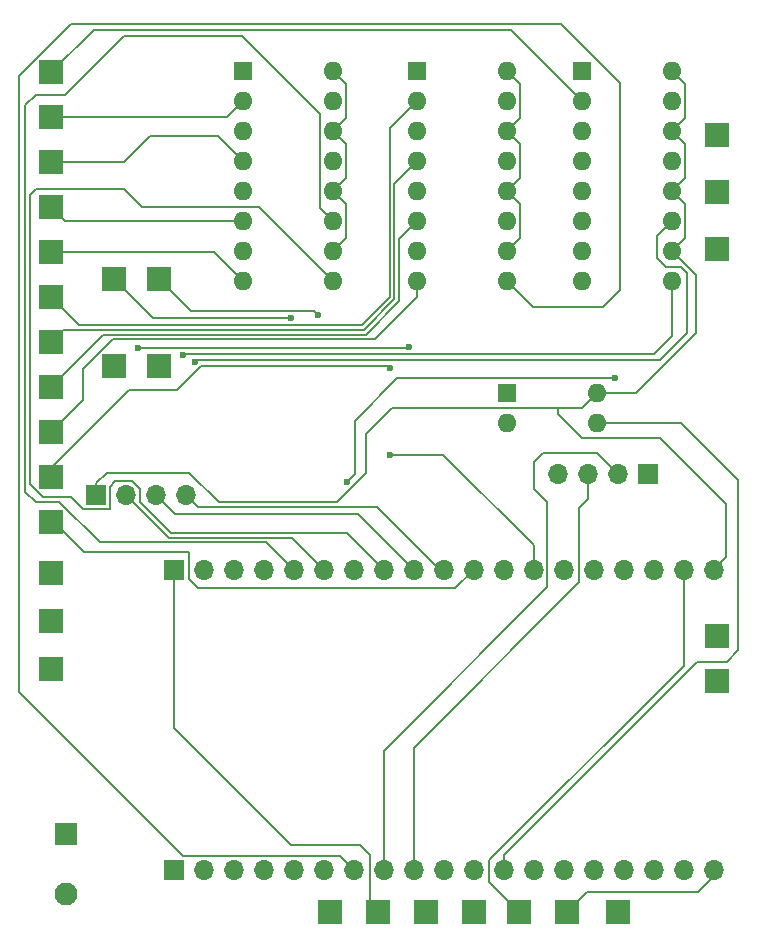
<source format=gbl>
G04 #@! TF.GenerationSoftware,KiCad,Pcbnew,8.0.9-8.0.9-0~ubuntu22.04.1*
G04 #@! TF.CreationDate,2025-03-11T21:38:10+01:00*
G04 #@! TF.ProjectId,BrakeOutBoard,4272616b-654f-4757-9442-6f6172642e6b,rev?*
G04 #@! TF.SameCoordinates,Original*
G04 #@! TF.FileFunction,Copper,L2,Bot*
G04 #@! TF.FilePolarity,Positive*
%FSLAX46Y46*%
G04 Gerber Fmt 4.6, Leading zero omitted, Abs format (unit mm)*
G04 Created by KiCad (PCBNEW 8.0.9-8.0.9-0~ubuntu22.04.1) date 2025-03-11 21:38:10*
%MOMM*%
%LPD*%
G01*
G04 APERTURE LIST*
G04 Aperture macros list*
%AMRoundRect*
0 Rectangle with rounded corners*
0 $1 Rounding radius*
0 $2 $3 $4 $5 $6 $7 $8 $9 X,Y pos of 4 corners*
0 Add a 4 corners polygon primitive as box body*
4,1,4,$2,$3,$4,$5,$6,$7,$8,$9,$2,$3,0*
0 Add four circle primitives for the rounded corners*
1,1,$1+$1,$2,$3*
1,1,$1+$1,$4,$5*
1,1,$1+$1,$6,$7*
1,1,$1+$1,$8,$9*
0 Add four rect primitives between the rounded corners*
20,1,$1+$1,$2,$3,$4,$5,0*
20,1,$1+$1,$4,$5,$6,$7,0*
20,1,$1+$1,$6,$7,$8,$9,0*
20,1,$1+$1,$8,$9,$2,$3,0*%
G04 Aperture macros list end*
G04 #@! TA.AperFunction,ComponentPad*
%ADD10R,1.600000X1.600000*%
G04 #@! TD*
G04 #@! TA.AperFunction,ComponentPad*
%ADD11O,1.600000X1.600000*%
G04 #@! TD*
G04 #@! TA.AperFunction,ComponentPad*
%ADD12RoundRect,0.250001X0.799999X-0.799999X0.799999X0.799999X-0.799999X0.799999X-0.799999X-0.799999X0*%
G04 #@! TD*
G04 #@! TA.AperFunction,ComponentPad*
%ADD13RoundRect,0.250001X0.799999X0.799999X-0.799999X0.799999X-0.799999X-0.799999X0.799999X-0.799999X0*%
G04 #@! TD*
G04 #@! TA.AperFunction,ComponentPad*
%ADD14R,1.950000X1.950000*%
G04 #@! TD*
G04 #@! TA.AperFunction,ComponentPad*
%ADD15C,1.950000*%
G04 #@! TD*
G04 #@! TA.AperFunction,ComponentPad*
%ADD16RoundRect,0.250001X-0.799999X-0.799999X0.799999X-0.799999X0.799999X0.799999X-0.799999X0.799999X0*%
G04 #@! TD*
G04 #@! TA.AperFunction,ComponentPad*
%ADD17RoundRect,0.250001X-0.799999X0.799999X-0.799999X-0.799999X0.799999X-0.799999X0.799999X0.799999X0*%
G04 #@! TD*
G04 #@! TA.AperFunction,ComponentPad*
%ADD18R,1.700000X1.700000*%
G04 #@! TD*
G04 #@! TA.AperFunction,ComponentPad*
%ADD19O,1.700000X1.700000*%
G04 #@! TD*
G04 #@! TA.AperFunction,ViaPad*
%ADD20C,0.600000*%
G04 #@! TD*
G04 #@! TA.AperFunction,Conductor*
%ADD21C,0.200000*%
G04 #@! TD*
G04 APERTURE END LIST*
D10*
X158305600Y-81603200D03*
D11*
X158305600Y-84143200D03*
X158305600Y-86683200D03*
X158305600Y-89223200D03*
X158305600Y-91763200D03*
X158305600Y-94303200D03*
X158305600Y-96843200D03*
X158305600Y-99383200D03*
X165925600Y-99383200D03*
X165925600Y-96843200D03*
X165925600Y-94303200D03*
X165925600Y-91763200D03*
X165925600Y-89223200D03*
X165925600Y-86683200D03*
X165925600Y-84143200D03*
X165925600Y-81603200D03*
D12*
X127317600Y-112169200D03*
D13*
X171005600Y-152809200D03*
D14*
X128562600Y-146209700D03*
D15*
X128562600Y-151289700D03*
D12*
X127317600Y-104549200D03*
D16*
X150939600Y-152809200D03*
X159067600Y-152809200D03*
D17*
X183705600Y-91849200D03*
D16*
X132651600Y-99215200D03*
X136461600Y-99215200D03*
X155003600Y-152809200D03*
D12*
X127317600Y-108359200D03*
D18*
X137691800Y-123827800D03*
D19*
X140231800Y-123827800D03*
X142771800Y-123827800D03*
X145311800Y-123827800D03*
X147851800Y-123827800D03*
X150391800Y-123827800D03*
X152931800Y-123827800D03*
X155471800Y-123827800D03*
X158011800Y-123827800D03*
X160551800Y-123827800D03*
X163091800Y-123827800D03*
X165631800Y-123827800D03*
X168171800Y-123827800D03*
X170711800Y-123827800D03*
X173251800Y-123827800D03*
X175791800Y-123827800D03*
X178331800Y-123827800D03*
X180871800Y-123827800D03*
X183411800Y-123827800D03*
D12*
X127317600Y-132235200D03*
X127317600Y-124107200D03*
X127317600Y-89309200D03*
D18*
X177863600Y-115725200D03*
D19*
X175323600Y-115725200D03*
X172783600Y-115725200D03*
X170243600Y-115725200D03*
D17*
X183705600Y-87023200D03*
D10*
X172273100Y-81603200D03*
D11*
X172273100Y-84143200D03*
X172273100Y-86683200D03*
X172273100Y-89223200D03*
X172273100Y-91763200D03*
X172273100Y-94303200D03*
X172273100Y-96843200D03*
X172273100Y-99383200D03*
X179893100Y-99383200D03*
X179893100Y-96843200D03*
X179893100Y-94303200D03*
X179893100Y-91763200D03*
X179893100Y-89223200D03*
X179893100Y-86683200D03*
X179893100Y-84143200D03*
X179893100Y-81603200D03*
D17*
X183705600Y-133251200D03*
D10*
X143573600Y-81603200D03*
D11*
X143573600Y-84143200D03*
X143573600Y-86683200D03*
X143573600Y-89223200D03*
X143573600Y-91763200D03*
X143573600Y-94303200D03*
X143573600Y-96843200D03*
X143573600Y-99383200D03*
X151193600Y-99383200D03*
X151193600Y-96843200D03*
X151193600Y-94303200D03*
X151193600Y-91763200D03*
X151193600Y-89223200D03*
X151193600Y-86683200D03*
X151193600Y-84143200D03*
X151193600Y-81603200D03*
D16*
X132651600Y-106581200D03*
D12*
X127317600Y-93119200D03*
D16*
X163131600Y-152809200D03*
D18*
X131127600Y-117503200D03*
D19*
X133667600Y-117503200D03*
X136207600Y-117503200D03*
X138747600Y-117503200D03*
D12*
X127317600Y-128171200D03*
D17*
X183705600Y-129441200D03*
D12*
X127317600Y-85499200D03*
D10*
X165935600Y-108862200D03*
D11*
X165935600Y-111402200D03*
X173555600Y-111402200D03*
X173555600Y-108862200D03*
D12*
X127317600Y-100739200D03*
X127317600Y-119789200D03*
D18*
X137691800Y-149227800D03*
D19*
X140231800Y-149227800D03*
X142771800Y-149227800D03*
X145311800Y-149227800D03*
X147851800Y-149227800D03*
X150391800Y-149227800D03*
X152931800Y-149227800D03*
X155471800Y-149227800D03*
X158011800Y-149227800D03*
X160551800Y-149227800D03*
X163091800Y-149227800D03*
X165631800Y-149227800D03*
X168171800Y-149227800D03*
X170711800Y-149227800D03*
X173251800Y-149227800D03*
X175791800Y-149227800D03*
X178331800Y-149227800D03*
X180871800Y-149227800D03*
X183411800Y-149227800D03*
D13*
X166941600Y-152809200D03*
D12*
X127317600Y-115979200D03*
X127317600Y-96929200D03*
D16*
X175323600Y-152809200D03*
D17*
X183705600Y-96675200D03*
D16*
X136461600Y-106581200D03*
D17*
X127317600Y-81689200D03*
D20*
X134683600Y-105057200D03*
X157647600Y-104953200D03*
X156011600Y-114103200D03*
X152337335Y-116428935D03*
X175069600Y-107597200D03*
X138511600Y-105657200D03*
X139511600Y-106203200D03*
X156019600Y-106777200D03*
X147637600Y-102517200D03*
X149923600Y-102263200D03*
D21*
X165925600Y-99383200D02*
X168145600Y-101603200D01*
X175511600Y-82603200D02*
X170511600Y-77603200D01*
X168145600Y-101603200D02*
X174011600Y-101603200D01*
X174011600Y-101603200D02*
X175511600Y-100103200D01*
X129011600Y-77603200D02*
X124611600Y-82003200D01*
X175511600Y-100103200D02*
X175511600Y-82603200D01*
X124611600Y-82003200D02*
X124611600Y-134203200D01*
X170511600Y-77603200D02*
X129011600Y-77603200D01*
X124611600Y-134203200D02*
X138486200Y-148077800D01*
X138486200Y-148077800D02*
X151781800Y-148077800D01*
X151781800Y-148077800D02*
X152931800Y-149227800D01*
X127317600Y-81689200D02*
X130903600Y-78103200D01*
X130903600Y-78103200D02*
X166233100Y-78103200D01*
X166233100Y-78103200D02*
X172273100Y-84143200D01*
X147851800Y-123827800D02*
X145527200Y-121503200D01*
X128511600Y-83603200D02*
X133511600Y-78603200D01*
X145527200Y-121503200D02*
X131411600Y-121503200D01*
X133511600Y-78603200D02*
X143470600Y-78603200D01*
X131411600Y-121503200D02*
X128011600Y-118103200D01*
X126011600Y-118103200D02*
X125111600Y-117203200D01*
X128011600Y-118103200D02*
X126011600Y-118103200D01*
X125111600Y-117203200D02*
X125111600Y-84503200D01*
X143470600Y-78603200D02*
X150093600Y-85226200D01*
X125111600Y-84503200D02*
X126011600Y-83603200D01*
X126011600Y-83603200D02*
X128511600Y-83603200D01*
X150093600Y-85226200D02*
X150093600Y-93203200D01*
X150093600Y-93203200D02*
X151193600Y-94303200D01*
X127317600Y-85499200D02*
X142217600Y-85499200D01*
X142217600Y-85499200D02*
X143573600Y-84143200D01*
X143573600Y-89223200D02*
X141453600Y-87103200D01*
X135715600Y-87103200D02*
X133509600Y-89309200D01*
X141453600Y-87103200D02*
X135715600Y-87103200D01*
X133509600Y-89309200D02*
X127317600Y-89309200D01*
X132761600Y-116353200D02*
X134143946Y-116353200D01*
X132277600Y-118653200D02*
X132277600Y-116837200D01*
X125511600Y-92103200D02*
X125511600Y-116603200D01*
X129977600Y-118653200D02*
X132277600Y-118653200D01*
X126611600Y-117703200D02*
X129027600Y-117703200D01*
X129027600Y-117703200D02*
X129977600Y-118653200D01*
X151193600Y-99383200D02*
X144913600Y-93103200D01*
X132277600Y-116837200D02*
X132761600Y-116353200D01*
X125511600Y-116603200D02*
X126611600Y-117703200D01*
X126011600Y-91603200D02*
X125511600Y-92103200D01*
X144913600Y-93103200D02*
X135011600Y-93103200D01*
X133511600Y-91603200D02*
X126011600Y-91603200D01*
X135011600Y-93103200D02*
X133511600Y-91603200D01*
X134143946Y-116353200D02*
X134817600Y-117026854D01*
X134817600Y-117026854D02*
X134817600Y-118087514D01*
X134817600Y-118087514D02*
X137433286Y-120703200D01*
X137433286Y-120703200D02*
X152347200Y-120703200D01*
X152347200Y-120703200D02*
X155471800Y-123827800D01*
X127317600Y-93119200D02*
X128501600Y-94303200D01*
X128501600Y-94303200D02*
X143573600Y-94303200D01*
X142092600Y-97902200D02*
X143573600Y-99383200D01*
X127317600Y-96929200D02*
X141119600Y-96929200D01*
X141119600Y-96929200D02*
X142092600Y-97902200D01*
X133921600Y-103133200D02*
X153625599Y-103133200D01*
X127317600Y-100739200D02*
X129681600Y-103103200D01*
X129681600Y-103103200D02*
X133891600Y-103103200D01*
X133891600Y-103103200D02*
X133921600Y-103133200D01*
X127317600Y-104549200D02*
X128333600Y-103533200D01*
X128333600Y-103533200D02*
X153791285Y-103533200D01*
X156382000Y-91146800D02*
X158305600Y-89223200D01*
X153791285Y-103533200D02*
X156382000Y-100942485D01*
X156382000Y-100942485D02*
X156382000Y-91146800D01*
X132905600Y-103933200D02*
X153956971Y-103933200D01*
X131743600Y-103933200D02*
X132905600Y-103933200D01*
X127317600Y-108359200D02*
X131743600Y-103933200D01*
X127317600Y-112169200D02*
X130011600Y-109475200D01*
X130011600Y-109475200D02*
X130011600Y-106836456D01*
X130011600Y-106836456D02*
X132514856Y-104333200D01*
X132514856Y-104333200D02*
X154710800Y-104333200D01*
X154710800Y-104333200D02*
X158305600Y-100738400D01*
X158305600Y-100738400D02*
X158305600Y-99383200D01*
X138011600Y-108603200D02*
X133921600Y-108603200D01*
X127317600Y-115207200D02*
X133921600Y-108603200D01*
X127317600Y-115979200D02*
X127317600Y-115207200D01*
X172711600Y-151103200D02*
X171005600Y-152809200D01*
X183411800Y-149761200D02*
X182069800Y-151103200D01*
X147667200Y-121103200D02*
X150391800Y-123827800D01*
X182069800Y-151103200D02*
X172711600Y-151103200D01*
X137267600Y-121103200D02*
X147667200Y-121103200D01*
X133667600Y-117503200D02*
X137267600Y-121103200D01*
X134683600Y-105057200D02*
X157543600Y-105057200D01*
X157543600Y-105057200D02*
X157647600Y-104953200D01*
X160511600Y-114103200D02*
X168171800Y-121763400D01*
X156011600Y-114103200D02*
X160511600Y-114103200D01*
X168171800Y-121763400D02*
X168171800Y-123827800D01*
X153287200Y-119103200D02*
X158011800Y-123827800D01*
X136207600Y-117503200D02*
X137807600Y-119103200D01*
X137807600Y-119103200D02*
X153287200Y-119103200D01*
X132011600Y-115603200D02*
X131127600Y-116487200D01*
X179893100Y-91763200D02*
X180993100Y-92863200D01*
X152293600Y-90663200D02*
X151193600Y-91763200D01*
X172280600Y-110137200D02*
X156187071Y-110137200D01*
X151193600Y-86683200D02*
X152293600Y-87783200D01*
X152293600Y-95743200D02*
X151193600Y-96843200D01*
X152293600Y-87783200D02*
X152293600Y-90663200D01*
X131127600Y-116487200D02*
X131127600Y-117503200D01*
X179893100Y-81603200D02*
X180993100Y-82703200D01*
X180993100Y-85583200D02*
X179893100Y-86683200D01*
X180993100Y-92863200D02*
X180993100Y-95743200D01*
X178879600Y-112677200D02*
X172275600Y-112677200D01*
X179893100Y-86683200D02*
X180993100Y-87783200D01*
X181927600Y-103787200D02*
X176847600Y-108867200D01*
X139011600Y-115603200D02*
X132011600Y-115603200D01*
X170243600Y-110645200D02*
X170243600Y-110137200D01*
X165925600Y-86683200D02*
X167025600Y-87783200D01*
X165925600Y-91763200D02*
X167025600Y-92863200D01*
X151193600Y-81603200D02*
X152293600Y-82703200D01*
X153987600Y-112336671D02*
X153987600Y-115627200D01*
X152293600Y-82703200D02*
X152293600Y-85583200D01*
X165925600Y-81603200D02*
X167025600Y-82703200D01*
X167025600Y-90663200D02*
X165925600Y-91763200D01*
X156187071Y-110137200D02*
X153987600Y-112336671D01*
X151511600Y-118103200D02*
X141511600Y-118103200D01*
X184467600Y-122772000D02*
X184467600Y-118265200D01*
X172275600Y-112677200D02*
X170243600Y-110645200D01*
X167025600Y-87783200D02*
X167025600Y-90663200D01*
X184467600Y-118265200D02*
X178879600Y-112677200D01*
X180993100Y-95743200D02*
X179893100Y-96843200D01*
X176847600Y-108867200D02*
X173550600Y-108867200D01*
X151193600Y-91763200D02*
X152293600Y-92863200D01*
X167025600Y-82703200D02*
X167025600Y-85583200D01*
X152293600Y-92863200D02*
X152293600Y-95743200D01*
X152293600Y-85583200D02*
X151193600Y-86683200D01*
X179893100Y-96843200D02*
X181927600Y-98877700D01*
X167025600Y-95743200D02*
X165925600Y-96843200D01*
X180993100Y-90663200D02*
X179893100Y-91763200D01*
X183411800Y-123827800D02*
X184467600Y-122772000D01*
X180993100Y-82703200D02*
X180993100Y-85583200D01*
X141511600Y-118103200D02*
X139011600Y-115603200D01*
X167025600Y-85583200D02*
X165925600Y-86683200D01*
X172280600Y-110137200D02*
X173555600Y-108862200D01*
X180993100Y-87783200D02*
X180993100Y-90663200D01*
X167025600Y-92863200D02*
X167025600Y-95743200D01*
X173550600Y-108867200D02*
X172280600Y-110137200D01*
X153987600Y-115627200D02*
X151511600Y-118103200D01*
X181927600Y-98877700D02*
X181927600Y-103787200D01*
X139747600Y-118503200D02*
X154929600Y-118503200D01*
X160254200Y-123827800D02*
X160551800Y-123827800D01*
X160327200Y-123603200D02*
X160551800Y-123827800D01*
X154929600Y-118503200D02*
X160254200Y-123827800D01*
X138747600Y-117503200D02*
X139747600Y-118503200D01*
X156782000Y-95826800D02*
X158305600Y-94303200D01*
X153956971Y-103933200D02*
X156782000Y-101108171D01*
X156782000Y-101108171D02*
X156782000Y-95826800D01*
X155982000Y-100776799D02*
X155982000Y-86466800D01*
X153625599Y-103133200D02*
X155982000Y-100776799D01*
X155982000Y-86466800D02*
X158305600Y-84143200D01*
X168211600Y-116995200D02*
X169321800Y-118105400D01*
X168973600Y-113947200D02*
X168211600Y-114709200D01*
X169321800Y-118105400D02*
X169321800Y-125283000D01*
X175323600Y-115725200D02*
X173545600Y-113947200D01*
X169321800Y-125283000D02*
X155471800Y-139133000D01*
X168211600Y-114709200D02*
X168211600Y-116995200D01*
X155471800Y-139133000D02*
X155471800Y-149227800D01*
X173545600Y-113947200D02*
X168973600Y-113947200D01*
X172021600Y-124869200D02*
X172021600Y-118593200D01*
X158011800Y-149227800D02*
X158011800Y-138879000D01*
X172021600Y-118593200D02*
X172783600Y-117831200D01*
X158011800Y-138879000D02*
X172021600Y-124869200D01*
X172783600Y-117831200D02*
X172783600Y-115725200D01*
X185483600Y-130631200D02*
X185483600Y-116233200D01*
X184511600Y-131603200D02*
X185483600Y-130631200D01*
X182011600Y-131603200D02*
X184511600Y-131603200D01*
X185483600Y-116233200D02*
X180657600Y-111407200D01*
X165631800Y-147983000D02*
X182011600Y-131603200D01*
X180657600Y-111407200D02*
X173560600Y-111407200D01*
X165631800Y-149227800D02*
X165631800Y-147983000D01*
X153011600Y-115754670D02*
X153011600Y-111225200D01*
X152337335Y-116428935D02*
X153011600Y-115754670D01*
X153011600Y-111225200D02*
X156633600Y-107603200D01*
X156633600Y-107603200D02*
X175011600Y-107603200D01*
X178333600Y-105603200D02*
X138565600Y-105603200D01*
X179893100Y-103530700D02*
X179895600Y-103533200D01*
X179893100Y-99383200D02*
X179893100Y-103530700D01*
X179895600Y-103533200D02*
X179895600Y-104041200D01*
X179895600Y-104041200D02*
X178333600Y-105603200D01*
X138565600Y-105603200D02*
X138511600Y-105657200D01*
X179387600Y-98199200D02*
X178625600Y-97437200D01*
X181166000Y-103786800D02*
X181166000Y-98681786D01*
X180683414Y-98199200D02*
X179387600Y-98199200D01*
X181166000Y-98681786D02*
X180683414Y-98199200D01*
X178625600Y-97437200D02*
X178625600Y-95570700D01*
X139511600Y-106203200D02*
X139611600Y-106103200D01*
X178849600Y-106103200D02*
X181166000Y-103786800D01*
X178625600Y-95570700D02*
X179893100Y-94303200D01*
X139611600Y-106103200D02*
X178849600Y-106103200D01*
X137691800Y-137201454D02*
X137691800Y-123827800D01*
X154321800Y-147989400D02*
X153435600Y-147103200D01*
X155003600Y-152809200D02*
X154321800Y-152127400D01*
X153435600Y-147103200D02*
X147593546Y-147103200D01*
X154321800Y-152127400D02*
X154321800Y-147989400D01*
X147593546Y-147103200D02*
X137691800Y-137201454D01*
X161542400Y-125377200D02*
X139763600Y-125377200D01*
X139001600Y-124615200D02*
X139001600Y-122329200D01*
X163091800Y-123827800D02*
X161542400Y-125377200D01*
X139763600Y-125377200D02*
X139001600Y-124615200D01*
X139001600Y-122329200D02*
X130111600Y-122329200D01*
X130111600Y-122329200D02*
X127317600Y-119535200D01*
X180871800Y-131963314D02*
X180871800Y-123827800D01*
X164401600Y-148433514D02*
X180871800Y-131963314D01*
X164401600Y-150269200D02*
X164401600Y-148433514D01*
X166941600Y-152809200D02*
X164401600Y-150269200D01*
X140011600Y-106603200D02*
X138011600Y-108603200D01*
X156019600Y-106777200D02*
X155845600Y-106603200D01*
X155845600Y-106603200D02*
X140011600Y-106603200D01*
X147637600Y-102517200D02*
X135953600Y-102517200D01*
X135953600Y-102517200D02*
X132651600Y-99215200D01*
X149923600Y-102263200D02*
X149577600Y-101917200D01*
X149577600Y-101917200D02*
X139163600Y-101917200D01*
X139163600Y-101917200D02*
X136461600Y-99215200D01*
M02*

</source>
